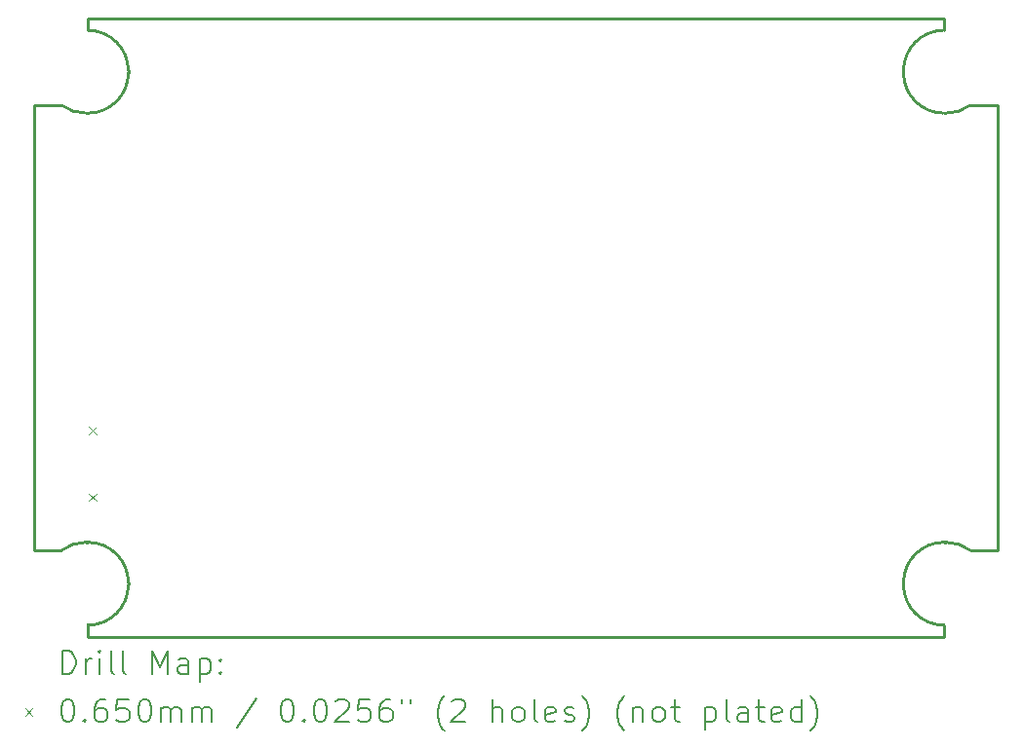
<source format=gbr>
%TF.GenerationSoftware,KiCad,Pcbnew,8.0.2-8.0.2-0~ubuntu23.10.1*%
%TF.CreationDate,2024-05-02T10:33:39+07:00*%
%TF.ProjectId,Node_Analog,4e6f6465-5f41-46e6-916c-6f672e6b6963,rev?*%
%TF.SameCoordinates,Original*%
%TF.FileFunction,Drillmap*%
%TF.FilePolarity,Positive*%
%FSLAX45Y45*%
G04 Gerber Fmt 4.5, Leading zero omitted, Abs format (unit mm)*
G04 Created by KiCad (PCBNEW 8.0.2-8.0.2-0~ubuntu23.10.1) date 2024-05-02 10:33:39*
%MOMM*%
%LPD*%
G01*
G04 APERTURE LIST*
%ADD10C,0.250000*%
%ADD11C,0.200000*%
%ADD12C,0.100000*%
G04 APERTURE END LIST*
D10*
X10410000Y-11870000D02*
X10410000Y-11970000D01*
X17490000Y-11500000D02*
X17490000Y-11520000D01*
X10410000Y-6600000D02*
X17840000Y-6600000D01*
X10410000Y-6700000D02*
X10410000Y-6600000D01*
X10390000Y-7420000D02*
G75*
G02*
X10180000Y-7350000I0J350000D01*
G01*
X17490000Y-7050000D02*
X17490000Y-7070000D01*
X17860000Y-7420000D02*
X17840000Y-7420000D01*
X10410000Y-11150000D02*
G75*
G02*
X10760000Y-11500000I0J-350000D01*
G01*
X17860000Y-11150000D02*
G75*
G02*
X18070000Y-11220000I0J-350000D01*
G01*
X10410000Y-11150000D02*
X10390000Y-11150000D01*
X10410000Y-7420000D02*
X10390000Y-7420000D01*
X18070000Y-7350000D02*
G75*
G02*
X17860000Y-7420000I-210000J280000D01*
G01*
X17490000Y-7050000D02*
G75*
G02*
X17840000Y-6700000I350000J0D01*
G01*
X18310000Y-7350000D02*
X18070000Y-7350000D01*
X10180000Y-11220000D02*
X9940000Y-11220000D01*
X9940000Y-7350000D02*
X9940000Y-11220000D01*
X18310000Y-7350000D02*
X18310000Y-11220000D01*
X10760000Y-7070000D02*
X10760000Y-7050000D01*
X10180000Y-11220000D02*
G75*
G02*
X10390000Y-11150000I210000J-280000D01*
G01*
X17490000Y-11500000D02*
G75*
G02*
X17840000Y-11150000I350000J0D01*
G01*
X10760000Y-11500000D02*
X10760000Y-11520000D01*
X10760000Y-11520000D02*
G75*
G02*
X10410000Y-11870000I-350000J0D01*
G01*
X18070000Y-11220000D02*
X18310000Y-11220000D01*
X10180000Y-7350000D02*
X9940000Y-7350000D01*
X17840000Y-7420000D02*
G75*
G02*
X17490000Y-7070000I0J350000D01*
G01*
X17840000Y-11150000D02*
X17860000Y-11150000D01*
X10410000Y-6700000D02*
G75*
G02*
X10760000Y-7050000I0J-350000D01*
G01*
X17840000Y-11870000D02*
G75*
G02*
X17490000Y-11520000I0J350000D01*
G01*
X10760000Y-7070000D02*
G75*
G02*
X10410000Y-7420000I-350000J0D01*
G01*
X17840000Y-11870000D02*
X17840000Y-11970000D01*
X10410000Y-11970000D02*
X17840000Y-11970000D01*
X17840000Y-6600000D02*
X17840000Y-6700000D01*
D11*
D12*
X10417500Y-10148500D02*
X10482500Y-10213500D01*
X10482500Y-10148500D02*
X10417500Y-10213500D01*
X10417500Y-10726500D02*
X10482500Y-10791500D01*
X10482500Y-10726500D02*
X10417500Y-10791500D01*
D11*
X10188277Y-12293984D02*
X10188277Y-12093984D01*
X10188277Y-12093984D02*
X10235896Y-12093984D01*
X10235896Y-12093984D02*
X10264467Y-12103508D01*
X10264467Y-12103508D02*
X10283515Y-12122555D01*
X10283515Y-12122555D02*
X10293039Y-12141603D01*
X10293039Y-12141603D02*
X10302563Y-12179698D01*
X10302563Y-12179698D02*
X10302563Y-12208269D01*
X10302563Y-12208269D02*
X10293039Y-12246365D01*
X10293039Y-12246365D02*
X10283515Y-12265412D01*
X10283515Y-12265412D02*
X10264467Y-12284460D01*
X10264467Y-12284460D02*
X10235896Y-12293984D01*
X10235896Y-12293984D02*
X10188277Y-12293984D01*
X10388277Y-12293984D02*
X10388277Y-12160650D01*
X10388277Y-12198746D02*
X10397801Y-12179698D01*
X10397801Y-12179698D02*
X10407324Y-12170174D01*
X10407324Y-12170174D02*
X10426372Y-12160650D01*
X10426372Y-12160650D02*
X10445420Y-12160650D01*
X10512086Y-12293984D02*
X10512086Y-12160650D01*
X10512086Y-12093984D02*
X10502563Y-12103508D01*
X10502563Y-12103508D02*
X10512086Y-12113031D01*
X10512086Y-12113031D02*
X10521610Y-12103508D01*
X10521610Y-12103508D02*
X10512086Y-12093984D01*
X10512086Y-12093984D02*
X10512086Y-12113031D01*
X10635896Y-12293984D02*
X10616848Y-12284460D01*
X10616848Y-12284460D02*
X10607324Y-12265412D01*
X10607324Y-12265412D02*
X10607324Y-12093984D01*
X10740658Y-12293984D02*
X10721610Y-12284460D01*
X10721610Y-12284460D02*
X10712086Y-12265412D01*
X10712086Y-12265412D02*
X10712086Y-12093984D01*
X10969229Y-12293984D02*
X10969229Y-12093984D01*
X10969229Y-12093984D02*
X11035896Y-12236841D01*
X11035896Y-12236841D02*
X11102563Y-12093984D01*
X11102563Y-12093984D02*
X11102563Y-12293984D01*
X11283515Y-12293984D02*
X11283515Y-12189222D01*
X11283515Y-12189222D02*
X11273991Y-12170174D01*
X11273991Y-12170174D02*
X11254943Y-12160650D01*
X11254943Y-12160650D02*
X11216848Y-12160650D01*
X11216848Y-12160650D02*
X11197801Y-12170174D01*
X11283515Y-12284460D02*
X11264467Y-12293984D01*
X11264467Y-12293984D02*
X11216848Y-12293984D01*
X11216848Y-12293984D02*
X11197801Y-12284460D01*
X11197801Y-12284460D02*
X11188277Y-12265412D01*
X11188277Y-12265412D02*
X11188277Y-12246365D01*
X11188277Y-12246365D02*
X11197801Y-12227317D01*
X11197801Y-12227317D02*
X11216848Y-12217793D01*
X11216848Y-12217793D02*
X11264467Y-12217793D01*
X11264467Y-12217793D02*
X11283515Y-12208269D01*
X11378753Y-12160650D02*
X11378753Y-12360650D01*
X11378753Y-12170174D02*
X11397801Y-12160650D01*
X11397801Y-12160650D02*
X11435896Y-12160650D01*
X11435896Y-12160650D02*
X11454943Y-12170174D01*
X11454943Y-12170174D02*
X11464467Y-12179698D01*
X11464467Y-12179698D02*
X11473991Y-12198746D01*
X11473991Y-12198746D02*
X11473991Y-12255888D01*
X11473991Y-12255888D02*
X11464467Y-12274936D01*
X11464467Y-12274936D02*
X11454943Y-12284460D01*
X11454943Y-12284460D02*
X11435896Y-12293984D01*
X11435896Y-12293984D02*
X11397801Y-12293984D01*
X11397801Y-12293984D02*
X11378753Y-12284460D01*
X11559705Y-12274936D02*
X11569229Y-12284460D01*
X11569229Y-12284460D02*
X11559705Y-12293984D01*
X11559705Y-12293984D02*
X11550182Y-12284460D01*
X11550182Y-12284460D02*
X11559705Y-12274936D01*
X11559705Y-12274936D02*
X11559705Y-12293984D01*
X11559705Y-12170174D02*
X11569229Y-12179698D01*
X11569229Y-12179698D02*
X11559705Y-12189222D01*
X11559705Y-12189222D02*
X11550182Y-12179698D01*
X11550182Y-12179698D02*
X11559705Y-12170174D01*
X11559705Y-12170174D02*
X11559705Y-12189222D01*
D12*
X9862500Y-12590000D02*
X9927500Y-12655000D01*
X9927500Y-12590000D02*
X9862500Y-12655000D01*
D11*
X10226372Y-12513984D02*
X10245420Y-12513984D01*
X10245420Y-12513984D02*
X10264467Y-12523508D01*
X10264467Y-12523508D02*
X10273991Y-12533031D01*
X10273991Y-12533031D02*
X10283515Y-12552079D01*
X10283515Y-12552079D02*
X10293039Y-12590174D01*
X10293039Y-12590174D02*
X10293039Y-12637793D01*
X10293039Y-12637793D02*
X10283515Y-12675888D01*
X10283515Y-12675888D02*
X10273991Y-12694936D01*
X10273991Y-12694936D02*
X10264467Y-12704460D01*
X10264467Y-12704460D02*
X10245420Y-12713984D01*
X10245420Y-12713984D02*
X10226372Y-12713984D01*
X10226372Y-12713984D02*
X10207324Y-12704460D01*
X10207324Y-12704460D02*
X10197801Y-12694936D01*
X10197801Y-12694936D02*
X10188277Y-12675888D01*
X10188277Y-12675888D02*
X10178753Y-12637793D01*
X10178753Y-12637793D02*
X10178753Y-12590174D01*
X10178753Y-12590174D02*
X10188277Y-12552079D01*
X10188277Y-12552079D02*
X10197801Y-12533031D01*
X10197801Y-12533031D02*
X10207324Y-12523508D01*
X10207324Y-12523508D02*
X10226372Y-12513984D01*
X10378753Y-12694936D02*
X10388277Y-12704460D01*
X10388277Y-12704460D02*
X10378753Y-12713984D01*
X10378753Y-12713984D02*
X10369229Y-12704460D01*
X10369229Y-12704460D02*
X10378753Y-12694936D01*
X10378753Y-12694936D02*
X10378753Y-12713984D01*
X10559705Y-12513984D02*
X10521610Y-12513984D01*
X10521610Y-12513984D02*
X10502563Y-12523508D01*
X10502563Y-12523508D02*
X10493039Y-12533031D01*
X10493039Y-12533031D02*
X10473991Y-12561603D01*
X10473991Y-12561603D02*
X10464467Y-12599698D01*
X10464467Y-12599698D02*
X10464467Y-12675888D01*
X10464467Y-12675888D02*
X10473991Y-12694936D01*
X10473991Y-12694936D02*
X10483515Y-12704460D01*
X10483515Y-12704460D02*
X10502563Y-12713984D01*
X10502563Y-12713984D02*
X10540658Y-12713984D01*
X10540658Y-12713984D02*
X10559705Y-12704460D01*
X10559705Y-12704460D02*
X10569229Y-12694936D01*
X10569229Y-12694936D02*
X10578753Y-12675888D01*
X10578753Y-12675888D02*
X10578753Y-12628269D01*
X10578753Y-12628269D02*
X10569229Y-12609222D01*
X10569229Y-12609222D02*
X10559705Y-12599698D01*
X10559705Y-12599698D02*
X10540658Y-12590174D01*
X10540658Y-12590174D02*
X10502563Y-12590174D01*
X10502563Y-12590174D02*
X10483515Y-12599698D01*
X10483515Y-12599698D02*
X10473991Y-12609222D01*
X10473991Y-12609222D02*
X10464467Y-12628269D01*
X10759705Y-12513984D02*
X10664467Y-12513984D01*
X10664467Y-12513984D02*
X10654944Y-12609222D01*
X10654944Y-12609222D02*
X10664467Y-12599698D01*
X10664467Y-12599698D02*
X10683515Y-12590174D01*
X10683515Y-12590174D02*
X10731134Y-12590174D01*
X10731134Y-12590174D02*
X10750182Y-12599698D01*
X10750182Y-12599698D02*
X10759705Y-12609222D01*
X10759705Y-12609222D02*
X10769229Y-12628269D01*
X10769229Y-12628269D02*
X10769229Y-12675888D01*
X10769229Y-12675888D02*
X10759705Y-12694936D01*
X10759705Y-12694936D02*
X10750182Y-12704460D01*
X10750182Y-12704460D02*
X10731134Y-12713984D01*
X10731134Y-12713984D02*
X10683515Y-12713984D01*
X10683515Y-12713984D02*
X10664467Y-12704460D01*
X10664467Y-12704460D02*
X10654944Y-12694936D01*
X10893039Y-12513984D02*
X10912086Y-12513984D01*
X10912086Y-12513984D02*
X10931134Y-12523508D01*
X10931134Y-12523508D02*
X10940658Y-12533031D01*
X10940658Y-12533031D02*
X10950182Y-12552079D01*
X10950182Y-12552079D02*
X10959705Y-12590174D01*
X10959705Y-12590174D02*
X10959705Y-12637793D01*
X10959705Y-12637793D02*
X10950182Y-12675888D01*
X10950182Y-12675888D02*
X10940658Y-12694936D01*
X10940658Y-12694936D02*
X10931134Y-12704460D01*
X10931134Y-12704460D02*
X10912086Y-12713984D01*
X10912086Y-12713984D02*
X10893039Y-12713984D01*
X10893039Y-12713984D02*
X10873991Y-12704460D01*
X10873991Y-12704460D02*
X10864467Y-12694936D01*
X10864467Y-12694936D02*
X10854944Y-12675888D01*
X10854944Y-12675888D02*
X10845420Y-12637793D01*
X10845420Y-12637793D02*
X10845420Y-12590174D01*
X10845420Y-12590174D02*
X10854944Y-12552079D01*
X10854944Y-12552079D02*
X10864467Y-12533031D01*
X10864467Y-12533031D02*
X10873991Y-12523508D01*
X10873991Y-12523508D02*
X10893039Y-12513984D01*
X11045420Y-12713984D02*
X11045420Y-12580650D01*
X11045420Y-12599698D02*
X11054944Y-12590174D01*
X11054944Y-12590174D02*
X11073991Y-12580650D01*
X11073991Y-12580650D02*
X11102563Y-12580650D01*
X11102563Y-12580650D02*
X11121610Y-12590174D01*
X11121610Y-12590174D02*
X11131134Y-12609222D01*
X11131134Y-12609222D02*
X11131134Y-12713984D01*
X11131134Y-12609222D02*
X11140658Y-12590174D01*
X11140658Y-12590174D02*
X11159705Y-12580650D01*
X11159705Y-12580650D02*
X11188277Y-12580650D01*
X11188277Y-12580650D02*
X11207324Y-12590174D01*
X11207324Y-12590174D02*
X11216848Y-12609222D01*
X11216848Y-12609222D02*
X11216848Y-12713984D01*
X11312086Y-12713984D02*
X11312086Y-12580650D01*
X11312086Y-12599698D02*
X11321610Y-12590174D01*
X11321610Y-12590174D02*
X11340658Y-12580650D01*
X11340658Y-12580650D02*
X11369229Y-12580650D01*
X11369229Y-12580650D02*
X11388277Y-12590174D01*
X11388277Y-12590174D02*
X11397801Y-12609222D01*
X11397801Y-12609222D02*
X11397801Y-12713984D01*
X11397801Y-12609222D02*
X11407324Y-12590174D01*
X11407324Y-12590174D02*
X11426372Y-12580650D01*
X11426372Y-12580650D02*
X11454943Y-12580650D01*
X11454943Y-12580650D02*
X11473991Y-12590174D01*
X11473991Y-12590174D02*
X11483515Y-12609222D01*
X11483515Y-12609222D02*
X11483515Y-12713984D01*
X11873991Y-12504460D02*
X11702563Y-12761603D01*
X12131134Y-12513984D02*
X12150182Y-12513984D01*
X12150182Y-12513984D02*
X12169229Y-12523508D01*
X12169229Y-12523508D02*
X12178753Y-12533031D01*
X12178753Y-12533031D02*
X12188277Y-12552079D01*
X12188277Y-12552079D02*
X12197801Y-12590174D01*
X12197801Y-12590174D02*
X12197801Y-12637793D01*
X12197801Y-12637793D02*
X12188277Y-12675888D01*
X12188277Y-12675888D02*
X12178753Y-12694936D01*
X12178753Y-12694936D02*
X12169229Y-12704460D01*
X12169229Y-12704460D02*
X12150182Y-12713984D01*
X12150182Y-12713984D02*
X12131134Y-12713984D01*
X12131134Y-12713984D02*
X12112086Y-12704460D01*
X12112086Y-12704460D02*
X12102563Y-12694936D01*
X12102563Y-12694936D02*
X12093039Y-12675888D01*
X12093039Y-12675888D02*
X12083515Y-12637793D01*
X12083515Y-12637793D02*
X12083515Y-12590174D01*
X12083515Y-12590174D02*
X12093039Y-12552079D01*
X12093039Y-12552079D02*
X12102563Y-12533031D01*
X12102563Y-12533031D02*
X12112086Y-12523508D01*
X12112086Y-12523508D02*
X12131134Y-12513984D01*
X12283515Y-12694936D02*
X12293039Y-12704460D01*
X12293039Y-12704460D02*
X12283515Y-12713984D01*
X12283515Y-12713984D02*
X12273991Y-12704460D01*
X12273991Y-12704460D02*
X12283515Y-12694936D01*
X12283515Y-12694936D02*
X12283515Y-12713984D01*
X12416848Y-12513984D02*
X12435896Y-12513984D01*
X12435896Y-12513984D02*
X12454944Y-12523508D01*
X12454944Y-12523508D02*
X12464467Y-12533031D01*
X12464467Y-12533031D02*
X12473991Y-12552079D01*
X12473991Y-12552079D02*
X12483515Y-12590174D01*
X12483515Y-12590174D02*
X12483515Y-12637793D01*
X12483515Y-12637793D02*
X12473991Y-12675888D01*
X12473991Y-12675888D02*
X12464467Y-12694936D01*
X12464467Y-12694936D02*
X12454944Y-12704460D01*
X12454944Y-12704460D02*
X12435896Y-12713984D01*
X12435896Y-12713984D02*
X12416848Y-12713984D01*
X12416848Y-12713984D02*
X12397801Y-12704460D01*
X12397801Y-12704460D02*
X12388277Y-12694936D01*
X12388277Y-12694936D02*
X12378753Y-12675888D01*
X12378753Y-12675888D02*
X12369229Y-12637793D01*
X12369229Y-12637793D02*
X12369229Y-12590174D01*
X12369229Y-12590174D02*
X12378753Y-12552079D01*
X12378753Y-12552079D02*
X12388277Y-12533031D01*
X12388277Y-12533031D02*
X12397801Y-12523508D01*
X12397801Y-12523508D02*
X12416848Y-12513984D01*
X12559706Y-12533031D02*
X12569229Y-12523508D01*
X12569229Y-12523508D02*
X12588277Y-12513984D01*
X12588277Y-12513984D02*
X12635896Y-12513984D01*
X12635896Y-12513984D02*
X12654944Y-12523508D01*
X12654944Y-12523508D02*
X12664467Y-12533031D01*
X12664467Y-12533031D02*
X12673991Y-12552079D01*
X12673991Y-12552079D02*
X12673991Y-12571127D01*
X12673991Y-12571127D02*
X12664467Y-12599698D01*
X12664467Y-12599698D02*
X12550182Y-12713984D01*
X12550182Y-12713984D02*
X12673991Y-12713984D01*
X12854944Y-12513984D02*
X12759706Y-12513984D01*
X12759706Y-12513984D02*
X12750182Y-12609222D01*
X12750182Y-12609222D02*
X12759706Y-12599698D01*
X12759706Y-12599698D02*
X12778753Y-12590174D01*
X12778753Y-12590174D02*
X12826372Y-12590174D01*
X12826372Y-12590174D02*
X12845420Y-12599698D01*
X12845420Y-12599698D02*
X12854944Y-12609222D01*
X12854944Y-12609222D02*
X12864467Y-12628269D01*
X12864467Y-12628269D02*
X12864467Y-12675888D01*
X12864467Y-12675888D02*
X12854944Y-12694936D01*
X12854944Y-12694936D02*
X12845420Y-12704460D01*
X12845420Y-12704460D02*
X12826372Y-12713984D01*
X12826372Y-12713984D02*
X12778753Y-12713984D01*
X12778753Y-12713984D02*
X12759706Y-12704460D01*
X12759706Y-12704460D02*
X12750182Y-12694936D01*
X13035896Y-12513984D02*
X12997801Y-12513984D01*
X12997801Y-12513984D02*
X12978753Y-12523508D01*
X12978753Y-12523508D02*
X12969229Y-12533031D01*
X12969229Y-12533031D02*
X12950182Y-12561603D01*
X12950182Y-12561603D02*
X12940658Y-12599698D01*
X12940658Y-12599698D02*
X12940658Y-12675888D01*
X12940658Y-12675888D02*
X12950182Y-12694936D01*
X12950182Y-12694936D02*
X12959706Y-12704460D01*
X12959706Y-12704460D02*
X12978753Y-12713984D01*
X12978753Y-12713984D02*
X13016848Y-12713984D01*
X13016848Y-12713984D02*
X13035896Y-12704460D01*
X13035896Y-12704460D02*
X13045420Y-12694936D01*
X13045420Y-12694936D02*
X13054944Y-12675888D01*
X13054944Y-12675888D02*
X13054944Y-12628269D01*
X13054944Y-12628269D02*
X13045420Y-12609222D01*
X13045420Y-12609222D02*
X13035896Y-12599698D01*
X13035896Y-12599698D02*
X13016848Y-12590174D01*
X13016848Y-12590174D02*
X12978753Y-12590174D01*
X12978753Y-12590174D02*
X12959706Y-12599698D01*
X12959706Y-12599698D02*
X12950182Y-12609222D01*
X12950182Y-12609222D02*
X12940658Y-12628269D01*
X13131134Y-12513984D02*
X13131134Y-12552079D01*
X13207325Y-12513984D02*
X13207325Y-12552079D01*
X13502563Y-12790174D02*
X13493039Y-12780650D01*
X13493039Y-12780650D02*
X13473991Y-12752079D01*
X13473991Y-12752079D02*
X13464468Y-12733031D01*
X13464468Y-12733031D02*
X13454944Y-12704460D01*
X13454944Y-12704460D02*
X13445420Y-12656841D01*
X13445420Y-12656841D02*
X13445420Y-12618746D01*
X13445420Y-12618746D02*
X13454944Y-12571127D01*
X13454944Y-12571127D02*
X13464468Y-12542555D01*
X13464468Y-12542555D02*
X13473991Y-12523508D01*
X13473991Y-12523508D02*
X13493039Y-12494936D01*
X13493039Y-12494936D02*
X13502563Y-12485412D01*
X13569229Y-12533031D02*
X13578753Y-12523508D01*
X13578753Y-12523508D02*
X13597801Y-12513984D01*
X13597801Y-12513984D02*
X13645420Y-12513984D01*
X13645420Y-12513984D02*
X13664468Y-12523508D01*
X13664468Y-12523508D02*
X13673991Y-12533031D01*
X13673991Y-12533031D02*
X13683515Y-12552079D01*
X13683515Y-12552079D02*
X13683515Y-12571127D01*
X13683515Y-12571127D02*
X13673991Y-12599698D01*
X13673991Y-12599698D02*
X13559706Y-12713984D01*
X13559706Y-12713984D02*
X13683515Y-12713984D01*
X13921610Y-12713984D02*
X13921610Y-12513984D01*
X14007325Y-12713984D02*
X14007325Y-12609222D01*
X14007325Y-12609222D02*
X13997801Y-12590174D01*
X13997801Y-12590174D02*
X13978753Y-12580650D01*
X13978753Y-12580650D02*
X13950182Y-12580650D01*
X13950182Y-12580650D02*
X13931134Y-12590174D01*
X13931134Y-12590174D02*
X13921610Y-12599698D01*
X14131134Y-12713984D02*
X14112087Y-12704460D01*
X14112087Y-12704460D02*
X14102563Y-12694936D01*
X14102563Y-12694936D02*
X14093039Y-12675888D01*
X14093039Y-12675888D02*
X14093039Y-12618746D01*
X14093039Y-12618746D02*
X14102563Y-12599698D01*
X14102563Y-12599698D02*
X14112087Y-12590174D01*
X14112087Y-12590174D02*
X14131134Y-12580650D01*
X14131134Y-12580650D02*
X14159706Y-12580650D01*
X14159706Y-12580650D02*
X14178753Y-12590174D01*
X14178753Y-12590174D02*
X14188277Y-12599698D01*
X14188277Y-12599698D02*
X14197801Y-12618746D01*
X14197801Y-12618746D02*
X14197801Y-12675888D01*
X14197801Y-12675888D02*
X14188277Y-12694936D01*
X14188277Y-12694936D02*
X14178753Y-12704460D01*
X14178753Y-12704460D02*
X14159706Y-12713984D01*
X14159706Y-12713984D02*
X14131134Y-12713984D01*
X14312087Y-12713984D02*
X14293039Y-12704460D01*
X14293039Y-12704460D02*
X14283515Y-12685412D01*
X14283515Y-12685412D02*
X14283515Y-12513984D01*
X14464468Y-12704460D02*
X14445420Y-12713984D01*
X14445420Y-12713984D02*
X14407325Y-12713984D01*
X14407325Y-12713984D02*
X14388277Y-12704460D01*
X14388277Y-12704460D02*
X14378753Y-12685412D01*
X14378753Y-12685412D02*
X14378753Y-12609222D01*
X14378753Y-12609222D02*
X14388277Y-12590174D01*
X14388277Y-12590174D02*
X14407325Y-12580650D01*
X14407325Y-12580650D02*
X14445420Y-12580650D01*
X14445420Y-12580650D02*
X14464468Y-12590174D01*
X14464468Y-12590174D02*
X14473991Y-12609222D01*
X14473991Y-12609222D02*
X14473991Y-12628269D01*
X14473991Y-12628269D02*
X14378753Y-12647317D01*
X14550182Y-12704460D02*
X14569230Y-12713984D01*
X14569230Y-12713984D02*
X14607325Y-12713984D01*
X14607325Y-12713984D02*
X14626372Y-12704460D01*
X14626372Y-12704460D02*
X14635896Y-12685412D01*
X14635896Y-12685412D02*
X14635896Y-12675888D01*
X14635896Y-12675888D02*
X14626372Y-12656841D01*
X14626372Y-12656841D02*
X14607325Y-12647317D01*
X14607325Y-12647317D02*
X14578753Y-12647317D01*
X14578753Y-12647317D02*
X14559706Y-12637793D01*
X14559706Y-12637793D02*
X14550182Y-12618746D01*
X14550182Y-12618746D02*
X14550182Y-12609222D01*
X14550182Y-12609222D02*
X14559706Y-12590174D01*
X14559706Y-12590174D02*
X14578753Y-12580650D01*
X14578753Y-12580650D02*
X14607325Y-12580650D01*
X14607325Y-12580650D02*
X14626372Y-12590174D01*
X14702563Y-12790174D02*
X14712087Y-12780650D01*
X14712087Y-12780650D02*
X14731134Y-12752079D01*
X14731134Y-12752079D02*
X14740658Y-12733031D01*
X14740658Y-12733031D02*
X14750182Y-12704460D01*
X14750182Y-12704460D02*
X14759706Y-12656841D01*
X14759706Y-12656841D02*
X14759706Y-12618746D01*
X14759706Y-12618746D02*
X14750182Y-12571127D01*
X14750182Y-12571127D02*
X14740658Y-12542555D01*
X14740658Y-12542555D02*
X14731134Y-12523508D01*
X14731134Y-12523508D02*
X14712087Y-12494936D01*
X14712087Y-12494936D02*
X14702563Y-12485412D01*
X15064468Y-12790174D02*
X15054944Y-12780650D01*
X15054944Y-12780650D02*
X15035896Y-12752079D01*
X15035896Y-12752079D02*
X15026372Y-12733031D01*
X15026372Y-12733031D02*
X15016849Y-12704460D01*
X15016849Y-12704460D02*
X15007325Y-12656841D01*
X15007325Y-12656841D02*
X15007325Y-12618746D01*
X15007325Y-12618746D02*
X15016849Y-12571127D01*
X15016849Y-12571127D02*
X15026372Y-12542555D01*
X15026372Y-12542555D02*
X15035896Y-12523508D01*
X15035896Y-12523508D02*
X15054944Y-12494936D01*
X15054944Y-12494936D02*
X15064468Y-12485412D01*
X15140658Y-12580650D02*
X15140658Y-12713984D01*
X15140658Y-12599698D02*
X15150182Y-12590174D01*
X15150182Y-12590174D02*
X15169230Y-12580650D01*
X15169230Y-12580650D02*
X15197801Y-12580650D01*
X15197801Y-12580650D02*
X15216849Y-12590174D01*
X15216849Y-12590174D02*
X15226372Y-12609222D01*
X15226372Y-12609222D02*
X15226372Y-12713984D01*
X15350182Y-12713984D02*
X15331134Y-12704460D01*
X15331134Y-12704460D02*
X15321611Y-12694936D01*
X15321611Y-12694936D02*
X15312087Y-12675888D01*
X15312087Y-12675888D02*
X15312087Y-12618746D01*
X15312087Y-12618746D02*
X15321611Y-12599698D01*
X15321611Y-12599698D02*
X15331134Y-12590174D01*
X15331134Y-12590174D02*
X15350182Y-12580650D01*
X15350182Y-12580650D02*
X15378753Y-12580650D01*
X15378753Y-12580650D02*
X15397801Y-12590174D01*
X15397801Y-12590174D02*
X15407325Y-12599698D01*
X15407325Y-12599698D02*
X15416849Y-12618746D01*
X15416849Y-12618746D02*
X15416849Y-12675888D01*
X15416849Y-12675888D02*
X15407325Y-12694936D01*
X15407325Y-12694936D02*
X15397801Y-12704460D01*
X15397801Y-12704460D02*
X15378753Y-12713984D01*
X15378753Y-12713984D02*
X15350182Y-12713984D01*
X15473992Y-12580650D02*
X15550182Y-12580650D01*
X15502563Y-12513984D02*
X15502563Y-12685412D01*
X15502563Y-12685412D02*
X15512087Y-12704460D01*
X15512087Y-12704460D02*
X15531134Y-12713984D01*
X15531134Y-12713984D02*
X15550182Y-12713984D01*
X15769230Y-12580650D02*
X15769230Y-12780650D01*
X15769230Y-12590174D02*
X15788277Y-12580650D01*
X15788277Y-12580650D02*
X15826373Y-12580650D01*
X15826373Y-12580650D02*
X15845420Y-12590174D01*
X15845420Y-12590174D02*
X15854944Y-12599698D01*
X15854944Y-12599698D02*
X15864468Y-12618746D01*
X15864468Y-12618746D02*
X15864468Y-12675888D01*
X15864468Y-12675888D02*
X15854944Y-12694936D01*
X15854944Y-12694936D02*
X15845420Y-12704460D01*
X15845420Y-12704460D02*
X15826373Y-12713984D01*
X15826373Y-12713984D02*
X15788277Y-12713984D01*
X15788277Y-12713984D02*
X15769230Y-12704460D01*
X15978753Y-12713984D02*
X15959706Y-12704460D01*
X15959706Y-12704460D02*
X15950182Y-12685412D01*
X15950182Y-12685412D02*
X15950182Y-12513984D01*
X16140658Y-12713984D02*
X16140658Y-12609222D01*
X16140658Y-12609222D02*
X16131134Y-12590174D01*
X16131134Y-12590174D02*
X16112087Y-12580650D01*
X16112087Y-12580650D02*
X16073992Y-12580650D01*
X16073992Y-12580650D02*
X16054944Y-12590174D01*
X16140658Y-12704460D02*
X16121611Y-12713984D01*
X16121611Y-12713984D02*
X16073992Y-12713984D01*
X16073992Y-12713984D02*
X16054944Y-12704460D01*
X16054944Y-12704460D02*
X16045420Y-12685412D01*
X16045420Y-12685412D02*
X16045420Y-12666365D01*
X16045420Y-12666365D02*
X16054944Y-12647317D01*
X16054944Y-12647317D02*
X16073992Y-12637793D01*
X16073992Y-12637793D02*
X16121611Y-12637793D01*
X16121611Y-12637793D02*
X16140658Y-12628269D01*
X16207325Y-12580650D02*
X16283515Y-12580650D01*
X16235896Y-12513984D02*
X16235896Y-12685412D01*
X16235896Y-12685412D02*
X16245420Y-12704460D01*
X16245420Y-12704460D02*
X16264468Y-12713984D01*
X16264468Y-12713984D02*
X16283515Y-12713984D01*
X16426373Y-12704460D02*
X16407325Y-12713984D01*
X16407325Y-12713984D02*
X16369230Y-12713984D01*
X16369230Y-12713984D02*
X16350182Y-12704460D01*
X16350182Y-12704460D02*
X16340658Y-12685412D01*
X16340658Y-12685412D02*
X16340658Y-12609222D01*
X16340658Y-12609222D02*
X16350182Y-12590174D01*
X16350182Y-12590174D02*
X16369230Y-12580650D01*
X16369230Y-12580650D02*
X16407325Y-12580650D01*
X16407325Y-12580650D02*
X16426373Y-12590174D01*
X16426373Y-12590174D02*
X16435896Y-12609222D01*
X16435896Y-12609222D02*
X16435896Y-12628269D01*
X16435896Y-12628269D02*
X16340658Y-12647317D01*
X16607325Y-12713984D02*
X16607325Y-12513984D01*
X16607325Y-12704460D02*
X16588277Y-12713984D01*
X16588277Y-12713984D02*
X16550182Y-12713984D01*
X16550182Y-12713984D02*
X16531134Y-12704460D01*
X16531134Y-12704460D02*
X16521611Y-12694936D01*
X16521611Y-12694936D02*
X16512087Y-12675888D01*
X16512087Y-12675888D02*
X16512087Y-12618746D01*
X16512087Y-12618746D02*
X16521611Y-12599698D01*
X16521611Y-12599698D02*
X16531134Y-12590174D01*
X16531134Y-12590174D02*
X16550182Y-12580650D01*
X16550182Y-12580650D02*
X16588277Y-12580650D01*
X16588277Y-12580650D02*
X16607325Y-12590174D01*
X16683515Y-12790174D02*
X16693039Y-12780650D01*
X16693039Y-12780650D02*
X16712087Y-12752079D01*
X16712087Y-12752079D02*
X16721611Y-12733031D01*
X16721611Y-12733031D02*
X16731134Y-12704460D01*
X16731134Y-12704460D02*
X16740658Y-12656841D01*
X16740658Y-12656841D02*
X16740658Y-12618746D01*
X16740658Y-12618746D02*
X16731134Y-12571127D01*
X16731134Y-12571127D02*
X16721611Y-12542555D01*
X16721611Y-12542555D02*
X16712087Y-12523508D01*
X16712087Y-12523508D02*
X16693039Y-12494936D01*
X16693039Y-12494936D02*
X16683515Y-12485412D01*
M02*

</source>
